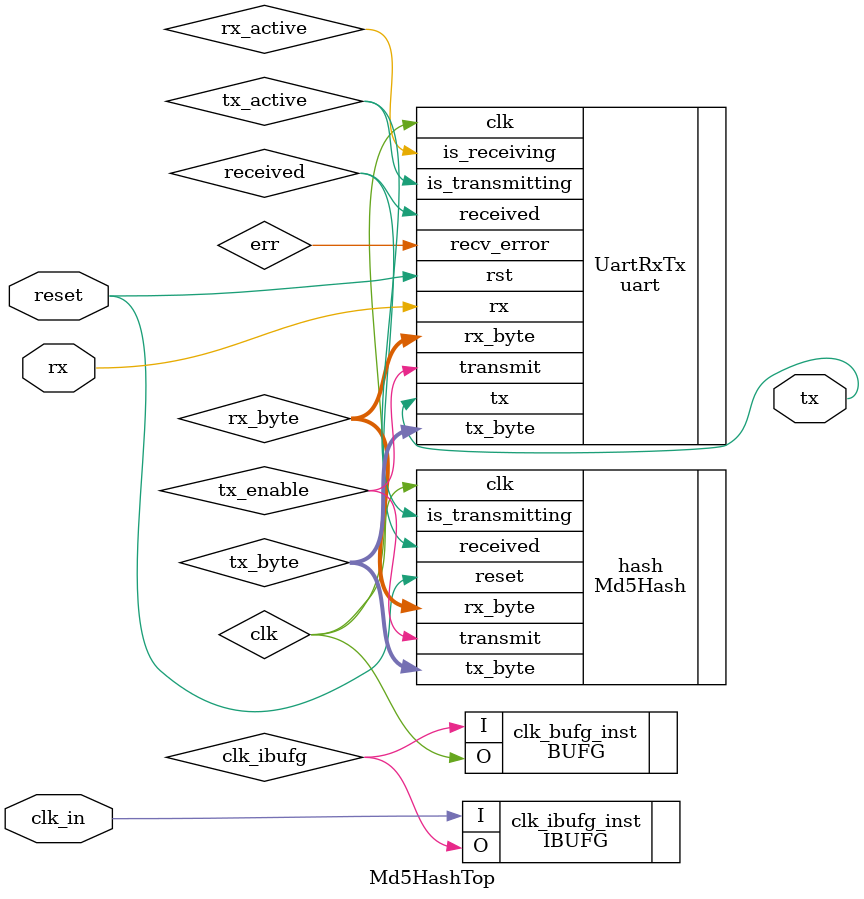
<source format=v>
`timescale 1ns / 1ps
module Md5HashTop(
	 input clk_in,
	 input reset,
	 input rx,
	 output tx
    );
	 
	 wire clk;

	 wire clk_ibufg;
    wire clk_int;
    IBUFG clk_ibufg_inst (.I(clk_in), .O(clk_ibufg));
    BUFG clk_bufg_inst (.I(clk_ibufg), .O(clk));
	 

	 wire err;
	 wire received;
	 wire [7:0] rx_byte;
	 wire [7:0] tx_byte;
	 wire tx_enable;
	 wire tx_active;
	 wire rx_active;

	 
uart #(.CLOCK_DIVIDE(217)) UartRxTx(
                                   .clk(clk),                             // The master clock for this module
                                   .rst(reset),                           // Synchronous reset.
                                   .rx(rx),                               // Incoming serial line
                                   .tx(tx),                               // Outgoing serial line
                                   .transmit(tx_enable),                   // Signal to transmit
                                   .tx_byte(tx_byte),                     // Byte to transmit
                                   .received(received),                   // Indicated that a byte has been received.
                                   .rx_byte(rx_byte),                     // Byte received
                                   .is_receiving(rx_active),              // Low when receive line is idle.
                                   .is_transmitting(tx_active),           // Low when transmit line is idle.
                                   .recv_error(err)                       // Indicates error in receiving packet.
                                   );

 
Md5Hash hash(
               .clk(clk),                             // The master clock for this module
               .reset(reset),                         // Synchronous reset.
					.rx_byte(rx_byte),                     // Byte received	
					.received(received),
					.is_transmitting(tx_active),           // Low when transmit line is idle.
					.transmit(tx_enable),                  // Signal to transmit
					.tx_byte(tx_byte)                      // Byte to transmit
            );
				  
					  
endmodule

</source>
